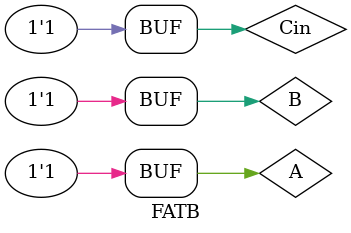
<source format=v>
`timescale 1us/10ns
module FATB;
reg A,B,Cin;
wire S,Cout;  

one_bit_full_adder_v uut(.A0(A),.B0(B),.Ci(Cin),.S(S),.C(Cout));
initial begin
$dumpfile("wave_one_bit_full_adder_v.vcd");
$dumpvars(0,FATB); 
end
initial begin
A = 0;
B = 0;
Cin = 0;
#5;   
A = 0;  
B = 0;
Cin = 1;
#5;  
A = 0;
B = 1;
Cin = 0;
#5;
A = 0;
B = 1;
Cin = 1;
#5;
A = 1;
B = 0;
Cin = 0;   
#5;
A = 1;
B = 0;
Cin = 1;
#5;
A = 1;
B = 1;
Cin = 0;
#5;  
A = 1;
B = 1;
Cin = 1;
#5; 
A = 1;
B = 1;
Cin = 1;
#10;  
end
      
endmodule 

</source>
